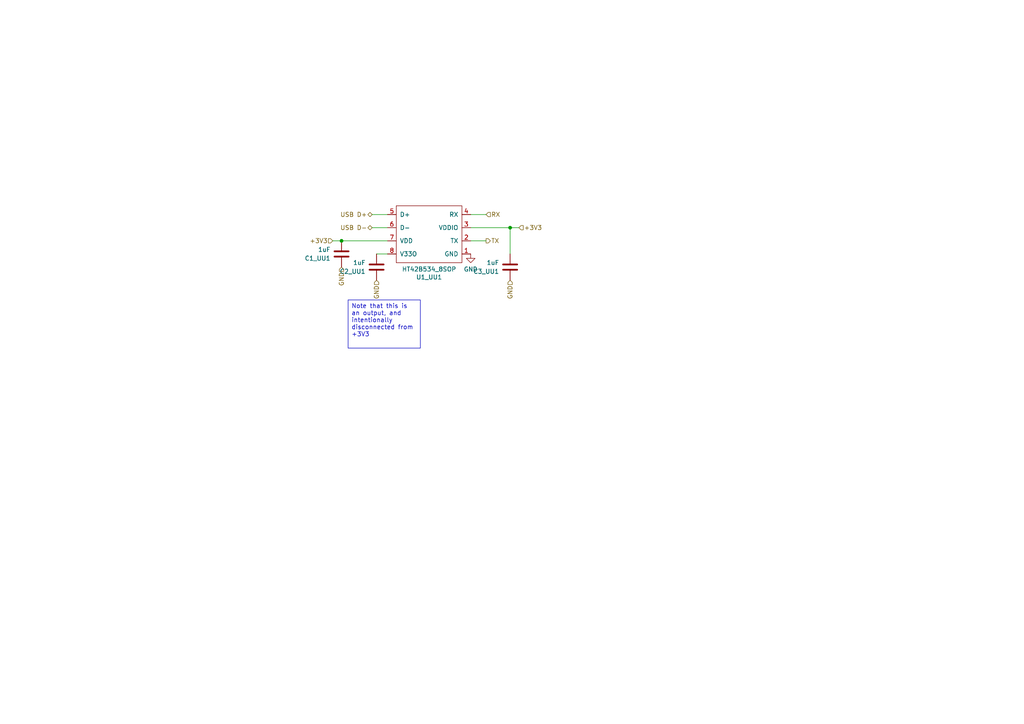
<source format=kicad_sch>
(kicad_sch (version 20230121) (generator eeschema)
  (paper "A4")
  (lib_symbols
    (symbol "Custom:HT42B534_8SOP" (pin_names (offset 1.016))
      (property "Reference" "U" (at -8.89 12.7 0))
      (property "Value" "HT42B534_8SOP" (at 3.81 12.7 0))
      (property "Product" "https://item.szlcsc.com/504007.html" (at 0 0 0))
      (symbol "HT42B534_8SOP_0_1"
        (rectangle (start -10.16 11.43) (end 8.89 -5.08))
      )
      (symbol "HT42B534_8SOP_1_1"
        (pin power_in line (at -12.7 8.89 0) (length 2.54) (name "GND") (number "1"))
        (pin output line (at -12.7 5.08 0) (length 2.54) (name "TX") (number "2"))
        (pin input line (at -12.7 1.27 0) (length 2.54) (name "VDDIO") (number "3"))
        (pin input line (at -12.7 -2.54 0) (length 2.54) (name "RX") (number "4"))
        (pin bidirectional line (at 11.43 -2.54 180) (length 2.54) (name "D+") (number "5"))
        (pin bidirectional line (at 11.43 1.27 180) (length 2.54) (name "D-") (number "6"))
        (pin power_in line (at 11.43 5.08 180) (length 2.54) (name "VDD") (number "7"))
        (pin power_out line (at 11.43 8.89 180) (length 2.54) (name "V33O") (number "8"))
      )
    )
    (symbol "Device:C" (pin_numbers hide) (pin_names (offset 0.254))
      (property "Reference" "C" (at 0.635 2.54 0))
      (property "Value" "C" (at 0.635 -2.54 0))
      (symbol "C_0_1"
        (polyline (pts (xy -2.032 -0.762) (xy 2.032 -0.762)) (stroke (width 0.508)))
        (polyline (pts (xy -2.032 0.762) (xy 2.032 0.762)) (stroke (width 0.508)))
      )
      (symbol "C_1_1"
        (pin passive line (at 0 3.81 270) (length 2.794) (name "~") (number "1"))
        (pin passive line (at 0 -3.81 90) (length 2.794) (name "~") (number "2"))
      )
    )
    (symbol "power:GND" (power) (pin_names (offset 0))
      (property "Value" "GND" (at 0 -3.81 0))
      (symbol "GND_0_1"
        (polyline (pts (xy 0 0) (xy 0 -1.27) (xy 1.27 -1.27) (xy 0 -2.54) (xy -1.27 -1.27) (xy 0 -1.27)))
      )
      (symbol "GND_1_1"
        (pin power_in line (at 0 0 270) (length 0) hide (name "GND") (number "1"))
      )
    )
  )
  (junction (at 147.955 66.04))
  (junction (at 99.06 69.85))
  (wire (pts (xy 99.06 69.85) (xy 112.395 69.85)))
  (wire (pts (xy 136.525 66.04) (xy 147.955 66.04)))
  (wire (pts (xy 109.22 73.66) (xy 112.395 73.66)))
  (wire (pts (xy 107.95 66.04) (xy 112.395 66.04)))
  (wire (pts (xy 96.52 69.85) (xy 99.06 69.85)))
  (wire (pts (xy 136.525 62.23) (xy 140.97 62.23)))
  (wire (pts (xy 136.525 69.85) (xy 140.97 69.85)))
  (wire (pts (xy 147.955 66.04) (xy 150.495 66.04)))
  (wire (pts (xy 147.955 66.04) (xy 147.955 73.66)))
  (wire (pts (xy 107.95 62.23) (xy 112.395 62.23)))
  (text_box "Note that this is an output, and intentionally disconnected from +3V3" (at 100.965 86.995 0) (size 20.955 13.97) (effects (font (size 1.27 1.27)) (justify left top)))
  (hierarchical_label "GND" (shape input) (at 147.955 81.28 270))
  (hierarchical_label "USB D-" (shape bidirectional) (at 107.95 66.04 180))
  (hierarchical_label "TX" (shape output) (at 140.97 69.85 0))
  (hierarchical_label "RX" (shape input) (at 140.97 62.23 0))
  (hierarchical_label "USB D+" (shape bidirectional) (at 107.95 62.23 180))
  (hierarchical_label "+3V3" (shape input) (at 150.495 66.04 0))
  (hierarchical_label "GND" (shape input) (at 109.22 81.28 270))
  (hierarchical_label "GND" (shape input) (at 99.06 77.47 270))
  (hierarchical_label "+3V3" (shape input) (at 96.52 69.85 180))
  (symbol (lib_id "Device:C") (at 147.955 77.47 0) (unit 1)
    (property "Reference" "C3_UU1" (at 144.78 78.74 0) (effects (justify right)))
    (property "Value" "1uF" (at 144.78 76.2 0) (effects (justify right)))
    (property "Footprint" "Capacitor_SMD:C_0603_1608Metric" (effects hide))
    (property "MFR" "CL10A105KB8NNNC" (effects hide))
    (property "LCSC" "C15849" (effects hide))
    (property "Description" "50V 1uF X5R ±10% 0603  Multilayer Ceramic Capacitors MLCC - SMD/SMT ROHS" (effects hide))
    (property "URL" "https://jlcpcb.com/partdetail/16531-CL10A105KB8NNNC/C15849" (effects hide))
  )
  (symbol (lib_id "Device:C") (at 109.22 77.47 0) (unit 1)
    (property "Reference" "C2_UU1" (at 106.045 78.74 0) (effects (justify right)))
    (property "Value" "1uF" (at 106.045 76.2 0) (effects (justify right)))
    (property "Footprint" "Capacitor_SMD:C_0603_1608Metric" (effects hide))
    (property "MFR" "CL10A105KB8NNNC" (effects hide))
    (property "LCSC" "C15849" (effects hide))
    (property "Description" "50V 1uF X5R ±10% 0603  Multilayer Ceramic Capacitors MLCC - SMD/SMT ROHS" (effects hide))
    (property "URL" "https://jlcpcb.com/partdetail/16531-CL10A105KB8NNNC/C15849" (effects hide))
  )
  (symbol (lib_id "Device:C") (at 99.06 73.66 0) (unit 1)
    (property "Reference" "C1_UU1" (at 95.885 74.93 0) (effects (justify right)))
    (property "Value" "1uF" (at 95.885 72.39 0) (effects (justify right)))
    (property "Footprint" "Capacitor_SMD:C_0603_1608Metric" (effects hide))
    (property "MFR" "CL10A105KB8NNNC" (effects hide))
    (property "LCSC" "C15849" (effects hide))
    (property "Description" "50V 1uF X5R ±10% 0603  Multilayer Ceramic Capacitors MLCC - SMD/SMT ROHS" (effects hide))
    (property "URL" "https://jlcpcb.com/partdetail/16531-CL10A105KB8NNNC/C15849" (effects hide))
  )
  (symbol (lib_id "Custom:HT42B534_8SOP") (at 123.825 64.77 180) (unit 1)
    (property "Reference" "U1_UU1" (at 124.46 80.391 0))
    (property "Value" "HT42B534_8SOP" (at 124.46 78.0796 0))
    (property "Footprint" "Package_SO:SOP-8_3.9x4.9mm_P1.27mm" (effects hide))
    (property "Datasheet" "https://www.holtek.com/documents/10179/116711/HT42B534-xv110.pdf" (effects hide))
    (property "Product" "https://item.szlcsc.com/504007.html" (effects hide))
    (property "MFR" "HT42B534-2" (effects hide))
    (property "LCSC" "C493294" (effects hide))
    (property "Description" "3Mbps USB转UART UART SOP-8  USB ICs ROHS" (effects hide))
    (property "URL" "https://jlcpcb.com/partdetail/HoltekSemicon-HT42B5342/C493294" (effects hide))
  )
  (symbol (lib_id "power:GND") (at 136.525 73.66 0) (unit 1)
    (property "Reference" "#PWR021" (effects hide))
    (property "Value" "GND" (at 136.525 78.105 0))
  )
)
</source>
